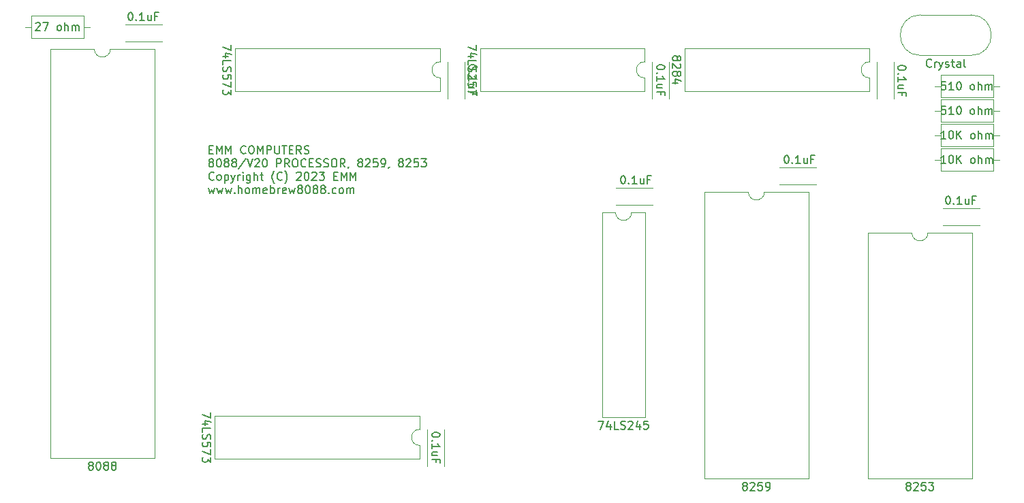
<source format=gbr>
G04 #@! TF.GenerationSoftware,KiCad,Pcbnew,(5.1.8)-1*
G04 #@! TF.CreationDate,2023-02-21T10:28:56-07:00*
G04 #@! TF.ProjectId,8088,38303838-2e6b-4696-9361-645f70636258,rev?*
G04 #@! TF.SameCoordinates,Original*
G04 #@! TF.FileFunction,Legend,Top*
G04 #@! TF.FilePolarity,Positive*
%FSLAX46Y46*%
G04 Gerber Fmt 4.6, Leading zero omitted, Abs format (unit mm)*
G04 Created by KiCad (PCBNEW (5.1.8)-1) date 2023-02-21 10:28:56*
%MOMM*%
%LPD*%
G01*
G04 APERTURE LIST*
%ADD10C,0.150000*%
%ADD11C,0.120000*%
G04 APERTURE END LIST*
D10*
X80845975Y-77438171D02*
X81179308Y-77438171D01*
X81322165Y-77961980D02*
X80845975Y-77961980D01*
X80845975Y-76961980D01*
X81322165Y-76961980D01*
X81750737Y-77961980D02*
X81750737Y-76961980D01*
X82084070Y-77676266D01*
X82417403Y-76961980D01*
X82417403Y-77961980D01*
X82893594Y-77961980D02*
X82893594Y-76961980D01*
X83226927Y-77676266D01*
X83560260Y-76961980D01*
X83560260Y-77961980D01*
X85369784Y-77866742D02*
X85322165Y-77914361D01*
X85179308Y-77961980D01*
X85084070Y-77961980D01*
X84941213Y-77914361D01*
X84845975Y-77819123D01*
X84798356Y-77723885D01*
X84750737Y-77533409D01*
X84750737Y-77390552D01*
X84798356Y-77200076D01*
X84845975Y-77104838D01*
X84941213Y-77009600D01*
X85084070Y-76961980D01*
X85179308Y-76961980D01*
X85322165Y-77009600D01*
X85369784Y-77057219D01*
X85988832Y-76961980D02*
X86179308Y-76961980D01*
X86274546Y-77009600D01*
X86369784Y-77104838D01*
X86417403Y-77295314D01*
X86417403Y-77628647D01*
X86369784Y-77819123D01*
X86274546Y-77914361D01*
X86179308Y-77961980D01*
X85988832Y-77961980D01*
X85893594Y-77914361D01*
X85798356Y-77819123D01*
X85750737Y-77628647D01*
X85750737Y-77295314D01*
X85798356Y-77104838D01*
X85893594Y-77009600D01*
X85988832Y-76961980D01*
X86845975Y-77961980D02*
X86845975Y-76961980D01*
X87179308Y-77676266D01*
X87512641Y-76961980D01*
X87512641Y-77961980D01*
X87988832Y-77961980D02*
X87988832Y-76961980D01*
X88369784Y-76961980D01*
X88465022Y-77009600D01*
X88512641Y-77057219D01*
X88560260Y-77152457D01*
X88560260Y-77295314D01*
X88512641Y-77390552D01*
X88465022Y-77438171D01*
X88369784Y-77485790D01*
X87988832Y-77485790D01*
X88988832Y-76961980D02*
X88988832Y-77771504D01*
X89036451Y-77866742D01*
X89084070Y-77914361D01*
X89179308Y-77961980D01*
X89369784Y-77961980D01*
X89465022Y-77914361D01*
X89512641Y-77866742D01*
X89560260Y-77771504D01*
X89560260Y-76961980D01*
X89893594Y-76961980D02*
X90465022Y-76961980D01*
X90179308Y-77961980D02*
X90179308Y-76961980D01*
X90798356Y-77438171D02*
X91131689Y-77438171D01*
X91274546Y-77961980D02*
X90798356Y-77961980D01*
X90798356Y-76961980D01*
X91274546Y-76961980D01*
X92274546Y-77961980D02*
X91941213Y-77485790D01*
X91703118Y-77961980D02*
X91703118Y-76961980D01*
X92084070Y-76961980D01*
X92179308Y-77009600D01*
X92226927Y-77057219D01*
X92274546Y-77152457D01*
X92274546Y-77295314D01*
X92226927Y-77390552D01*
X92179308Y-77438171D01*
X92084070Y-77485790D01*
X91703118Y-77485790D01*
X92655499Y-77914361D02*
X92798356Y-77961980D01*
X93036451Y-77961980D01*
X93131689Y-77914361D01*
X93179308Y-77866742D01*
X93226927Y-77771504D01*
X93226927Y-77676266D01*
X93179308Y-77581028D01*
X93131689Y-77533409D01*
X93036451Y-77485790D01*
X92845975Y-77438171D01*
X92750737Y-77390552D01*
X92703118Y-77342933D01*
X92655499Y-77247695D01*
X92655499Y-77152457D01*
X92703118Y-77057219D01*
X92750737Y-77009600D01*
X92845975Y-76961980D01*
X93084070Y-76961980D01*
X93226927Y-77009600D01*
X80988832Y-79040552D02*
X80893594Y-78992933D01*
X80845975Y-78945314D01*
X80798356Y-78850076D01*
X80798356Y-78802457D01*
X80845975Y-78707219D01*
X80893594Y-78659600D01*
X80988832Y-78611980D01*
X81179308Y-78611980D01*
X81274546Y-78659600D01*
X81322165Y-78707219D01*
X81369784Y-78802457D01*
X81369784Y-78850076D01*
X81322165Y-78945314D01*
X81274546Y-78992933D01*
X81179308Y-79040552D01*
X80988832Y-79040552D01*
X80893594Y-79088171D01*
X80845975Y-79135790D01*
X80798356Y-79231028D01*
X80798356Y-79421504D01*
X80845975Y-79516742D01*
X80893594Y-79564361D01*
X80988832Y-79611980D01*
X81179308Y-79611980D01*
X81274546Y-79564361D01*
X81322165Y-79516742D01*
X81369784Y-79421504D01*
X81369784Y-79231028D01*
X81322165Y-79135790D01*
X81274546Y-79088171D01*
X81179308Y-79040552D01*
X81988832Y-78611980D02*
X82084070Y-78611980D01*
X82179308Y-78659600D01*
X82226927Y-78707219D01*
X82274546Y-78802457D01*
X82322165Y-78992933D01*
X82322165Y-79231028D01*
X82274546Y-79421504D01*
X82226927Y-79516742D01*
X82179308Y-79564361D01*
X82084070Y-79611980D01*
X81988832Y-79611980D01*
X81893594Y-79564361D01*
X81845975Y-79516742D01*
X81798356Y-79421504D01*
X81750737Y-79231028D01*
X81750737Y-78992933D01*
X81798356Y-78802457D01*
X81845975Y-78707219D01*
X81893594Y-78659600D01*
X81988832Y-78611980D01*
X82893594Y-79040552D02*
X82798356Y-78992933D01*
X82750737Y-78945314D01*
X82703118Y-78850076D01*
X82703118Y-78802457D01*
X82750737Y-78707219D01*
X82798356Y-78659600D01*
X82893594Y-78611980D01*
X83084070Y-78611980D01*
X83179308Y-78659600D01*
X83226927Y-78707219D01*
X83274546Y-78802457D01*
X83274546Y-78850076D01*
X83226927Y-78945314D01*
X83179308Y-78992933D01*
X83084070Y-79040552D01*
X82893594Y-79040552D01*
X82798356Y-79088171D01*
X82750737Y-79135790D01*
X82703118Y-79231028D01*
X82703118Y-79421504D01*
X82750737Y-79516742D01*
X82798356Y-79564361D01*
X82893594Y-79611980D01*
X83084070Y-79611980D01*
X83179308Y-79564361D01*
X83226927Y-79516742D01*
X83274546Y-79421504D01*
X83274546Y-79231028D01*
X83226927Y-79135790D01*
X83179308Y-79088171D01*
X83084070Y-79040552D01*
X83845975Y-79040552D02*
X83750737Y-78992933D01*
X83703118Y-78945314D01*
X83655499Y-78850076D01*
X83655499Y-78802457D01*
X83703118Y-78707219D01*
X83750737Y-78659600D01*
X83845975Y-78611980D01*
X84036451Y-78611980D01*
X84131689Y-78659600D01*
X84179308Y-78707219D01*
X84226927Y-78802457D01*
X84226927Y-78850076D01*
X84179308Y-78945314D01*
X84131689Y-78992933D01*
X84036451Y-79040552D01*
X83845975Y-79040552D01*
X83750737Y-79088171D01*
X83703118Y-79135790D01*
X83655499Y-79231028D01*
X83655499Y-79421504D01*
X83703118Y-79516742D01*
X83750737Y-79564361D01*
X83845975Y-79611980D01*
X84036451Y-79611980D01*
X84131689Y-79564361D01*
X84179308Y-79516742D01*
X84226927Y-79421504D01*
X84226927Y-79231028D01*
X84179308Y-79135790D01*
X84131689Y-79088171D01*
X84036451Y-79040552D01*
X85369784Y-78564361D02*
X84512641Y-79850076D01*
X85560260Y-78611980D02*
X85893594Y-79611980D01*
X86226927Y-78611980D01*
X86512641Y-78707219D02*
X86560260Y-78659600D01*
X86655499Y-78611980D01*
X86893594Y-78611980D01*
X86988832Y-78659600D01*
X87036451Y-78707219D01*
X87084070Y-78802457D01*
X87084070Y-78897695D01*
X87036451Y-79040552D01*
X86465022Y-79611980D01*
X87084070Y-79611980D01*
X87703118Y-78611980D02*
X87798356Y-78611980D01*
X87893594Y-78659600D01*
X87941213Y-78707219D01*
X87988832Y-78802457D01*
X88036451Y-78992933D01*
X88036451Y-79231028D01*
X87988832Y-79421504D01*
X87941213Y-79516742D01*
X87893594Y-79564361D01*
X87798356Y-79611980D01*
X87703118Y-79611980D01*
X87607880Y-79564361D01*
X87560260Y-79516742D01*
X87512641Y-79421504D01*
X87465022Y-79231028D01*
X87465022Y-78992933D01*
X87512641Y-78802457D01*
X87560260Y-78707219D01*
X87607880Y-78659600D01*
X87703118Y-78611980D01*
X89226927Y-79611980D02*
X89226927Y-78611980D01*
X89607880Y-78611980D01*
X89703118Y-78659600D01*
X89750737Y-78707219D01*
X89798356Y-78802457D01*
X89798356Y-78945314D01*
X89750737Y-79040552D01*
X89703118Y-79088171D01*
X89607880Y-79135790D01*
X89226927Y-79135790D01*
X90798356Y-79611980D02*
X90465022Y-79135790D01*
X90226927Y-79611980D02*
X90226927Y-78611980D01*
X90607880Y-78611980D01*
X90703118Y-78659600D01*
X90750737Y-78707219D01*
X90798356Y-78802457D01*
X90798356Y-78945314D01*
X90750737Y-79040552D01*
X90703118Y-79088171D01*
X90607880Y-79135790D01*
X90226927Y-79135790D01*
X91417403Y-78611980D02*
X91607880Y-78611980D01*
X91703118Y-78659600D01*
X91798356Y-78754838D01*
X91845975Y-78945314D01*
X91845975Y-79278647D01*
X91798356Y-79469123D01*
X91703118Y-79564361D01*
X91607880Y-79611980D01*
X91417403Y-79611980D01*
X91322165Y-79564361D01*
X91226927Y-79469123D01*
X91179308Y-79278647D01*
X91179308Y-78945314D01*
X91226927Y-78754838D01*
X91322165Y-78659600D01*
X91417403Y-78611980D01*
X92845975Y-79516742D02*
X92798356Y-79564361D01*
X92655499Y-79611980D01*
X92560260Y-79611980D01*
X92417403Y-79564361D01*
X92322165Y-79469123D01*
X92274546Y-79373885D01*
X92226927Y-79183409D01*
X92226927Y-79040552D01*
X92274546Y-78850076D01*
X92322165Y-78754838D01*
X92417403Y-78659600D01*
X92560260Y-78611980D01*
X92655499Y-78611980D01*
X92798356Y-78659600D01*
X92845975Y-78707219D01*
X93274546Y-79088171D02*
X93607880Y-79088171D01*
X93750737Y-79611980D02*
X93274546Y-79611980D01*
X93274546Y-78611980D01*
X93750737Y-78611980D01*
X94131689Y-79564361D02*
X94274546Y-79611980D01*
X94512641Y-79611980D01*
X94607880Y-79564361D01*
X94655499Y-79516742D01*
X94703118Y-79421504D01*
X94703118Y-79326266D01*
X94655499Y-79231028D01*
X94607880Y-79183409D01*
X94512641Y-79135790D01*
X94322165Y-79088171D01*
X94226927Y-79040552D01*
X94179308Y-78992933D01*
X94131689Y-78897695D01*
X94131689Y-78802457D01*
X94179308Y-78707219D01*
X94226927Y-78659600D01*
X94322165Y-78611980D01*
X94560260Y-78611980D01*
X94703118Y-78659600D01*
X95084070Y-79564361D02*
X95226927Y-79611980D01*
X95465022Y-79611980D01*
X95560260Y-79564361D01*
X95607880Y-79516742D01*
X95655499Y-79421504D01*
X95655499Y-79326266D01*
X95607880Y-79231028D01*
X95560260Y-79183409D01*
X95465022Y-79135790D01*
X95274546Y-79088171D01*
X95179308Y-79040552D01*
X95131689Y-78992933D01*
X95084070Y-78897695D01*
X95084070Y-78802457D01*
X95131689Y-78707219D01*
X95179308Y-78659600D01*
X95274546Y-78611980D01*
X95512641Y-78611980D01*
X95655499Y-78659600D01*
X96274546Y-78611980D02*
X96465022Y-78611980D01*
X96560260Y-78659600D01*
X96655499Y-78754838D01*
X96703118Y-78945314D01*
X96703118Y-79278647D01*
X96655499Y-79469123D01*
X96560260Y-79564361D01*
X96465022Y-79611980D01*
X96274546Y-79611980D01*
X96179308Y-79564361D01*
X96084070Y-79469123D01*
X96036451Y-79278647D01*
X96036451Y-78945314D01*
X96084070Y-78754838D01*
X96179308Y-78659600D01*
X96274546Y-78611980D01*
X97703118Y-79611980D02*
X97369784Y-79135790D01*
X97131689Y-79611980D02*
X97131689Y-78611980D01*
X97512641Y-78611980D01*
X97607880Y-78659600D01*
X97655499Y-78707219D01*
X97703118Y-78802457D01*
X97703118Y-78945314D01*
X97655499Y-79040552D01*
X97607880Y-79088171D01*
X97512641Y-79135790D01*
X97131689Y-79135790D01*
X98179308Y-79564361D02*
X98179308Y-79611980D01*
X98131689Y-79707219D01*
X98084070Y-79754838D01*
X99512641Y-79040552D02*
X99417403Y-78992933D01*
X99369784Y-78945314D01*
X99322165Y-78850076D01*
X99322165Y-78802457D01*
X99369784Y-78707219D01*
X99417403Y-78659600D01*
X99512641Y-78611980D01*
X99703118Y-78611980D01*
X99798356Y-78659600D01*
X99845975Y-78707219D01*
X99893594Y-78802457D01*
X99893594Y-78850076D01*
X99845975Y-78945314D01*
X99798356Y-78992933D01*
X99703118Y-79040552D01*
X99512641Y-79040552D01*
X99417403Y-79088171D01*
X99369784Y-79135790D01*
X99322165Y-79231028D01*
X99322165Y-79421504D01*
X99369784Y-79516742D01*
X99417403Y-79564361D01*
X99512641Y-79611980D01*
X99703118Y-79611980D01*
X99798356Y-79564361D01*
X99845975Y-79516742D01*
X99893594Y-79421504D01*
X99893594Y-79231028D01*
X99845975Y-79135790D01*
X99798356Y-79088171D01*
X99703118Y-79040552D01*
X100274546Y-78707219D02*
X100322165Y-78659600D01*
X100417403Y-78611980D01*
X100655499Y-78611980D01*
X100750737Y-78659600D01*
X100798356Y-78707219D01*
X100845975Y-78802457D01*
X100845975Y-78897695D01*
X100798356Y-79040552D01*
X100226927Y-79611980D01*
X100845975Y-79611980D01*
X101750737Y-78611980D02*
X101274546Y-78611980D01*
X101226927Y-79088171D01*
X101274546Y-79040552D01*
X101369784Y-78992933D01*
X101607880Y-78992933D01*
X101703118Y-79040552D01*
X101750737Y-79088171D01*
X101798356Y-79183409D01*
X101798356Y-79421504D01*
X101750737Y-79516742D01*
X101703118Y-79564361D01*
X101607880Y-79611980D01*
X101369784Y-79611980D01*
X101274546Y-79564361D01*
X101226927Y-79516742D01*
X102274546Y-79611980D02*
X102465022Y-79611980D01*
X102560260Y-79564361D01*
X102607880Y-79516742D01*
X102703118Y-79373885D01*
X102750737Y-79183409D01*
X102750737Y-78802457D01*
X102703118Y-78707219D01*
X102655499Y-78659600D01*
X102560260Y-78611980D01*
X102369784Y-78611980D01*
X102274546Y-78659600D01*
X102226927Y-78707219D01*
X102179308Y-78802457D01*
X102179308Y-79040552D01*
X102226927Y-79135790D01*
X102274546Y-79183409D01*
X102369784Y-79231028D01*
X102560260Y-79231028D01*
X102655499Y-79183409D01*
X102703118Y-79135790D01*
X102750737Y-79040552D01*
X103226927Y-79564361D02*
X103226927Y-79611980D01*
X103179308Y-79707219D01*
X103131689Y-79754838D01*
X104560260Y-79040552D02*
X104465022Y-78992933D01*
X104417403Y-78945314D01*
X104369784Y-78850076D01*
X104369784Y-78802457D01*
X104417403Y-78707219D01*
X104465022Y-78659600D01*
X104560260Y-78611980D01*
X104750737Y-78611980D01*
X104845975Y-78659600D01*
X104893594Y-78707219D01*
X104941213Y-78802457D01*
X104941213Y-78850076D01*
X104893594Y-78945314D01*
X104845975Y-78992933D01*
X104750737Y-79040552D01*
X104560260Y-79040552D01*
X104465022Y-79088171D01*
X104417403Y-79135790D01*
X104369784Y-79231028D01*
X104369784Y-79421504D01*
X104417403Y-79516742D01*
X104465022Y-79564361D01*
X104560260Y-79611980D01*
X104750737Y-79611980D01*
X104845975Y-79564361D01*
X104893594Y-79516742D01*
X104941213Y-79421504D01*
X104941213Y-79231028D01*
X104893594Y-79135790D01*
X104845975Y-79088171D01*
X104750737Y-79040552D01*
X105322165Y-78707219D02*
X105369784Y-78659600D01*
X105465022Y-78611980D01*
X105703118Y-78611980D01*
X105798356Y-78659600D01*
X105845975Y-78707219D01*
X105893594Y-78802457D01*
X105893594Y-78897695D01*
X105845975Y-79040552D01*
X105274546Y-79611980D01*
X105893594Y-79611980D01*
X106798356Y-78611980D02*
X106322165Y-78611980D01*
X106274546Y-79088171D01*
X106322165Y-79040552D01*
X106417403Y-78992933D01*
X106655499Y-78992933D01*
X106750737Y-79040552D01*
X106798356Y-79088171D01*
X106845975Y-79183409D01*
X106845975Y-79421504D01*
X106798356Y-79516742D01*
X106750737Y-79564361D01*
X106655499Y-79611980D01*
X106417403Y-79611980D01*
X106322165Y-79564361D01*
X106274546Y-79516742D01*
X107179308Y-78611980D02*
X107798356Y-78611980D01*
X107465022Y-78992933D01*
X107607879Y-78992933D01*
X107703118Y-79040552D01*
X107750737Y-79088171D01*
X107798356Y-79183409D01*
X107798356Y-79421504D01*
X107750737Y-79516742D01*
X107703118Y-79564361D01*
X107607879Y-79611980D01*
X107322165Y-79611980D01*
X107226927Y-79564361D01*
X107179308Y-79516742D01*
X81417403Y-81166742D02*
X81369784Y-81214361D01*
X81226927Y-81261980D01*
X81131689Y-81261980D01*
X80988832Y-81214361D01*
X80893594Y-81119123D01*
X80845975Y-81023885D01*
X80798356Y-80833409D01*
X80798356Y-80690552D01*
X80845975Y-80500076D01*
X80893594Y-80404838D01*
X80988832Y-80309600D01*
X81131689Y-80261980D01*
X81226927Y-80261980D01*
X81369784Y-80309600D01*
X81417403Y-80357219D01*
X81988832Y-81261980D02*
X81893594Y-81214361D01*
X81845975Y-81166742D01*
X81798356Y-81071504D01*
X81798356Y-80785790D01*
X81845975Y-80690552D01*
X81893594Y-80642933D01*
X81988832Y-80595314D01*
X82131689Y-80595314D01*
X82226927Y-80642933D01*
X82274546Y-80690552D01*
X82322165Y-80785790D01*
X82322165Y-81071504D01*
X82274546Y-81166742D01*
X82226927Y-81214361D01*
X82131689Y-81261980D01*
X81988832Y-81261980D01*
X82750737Y-80595314D02*
X82750737Y-81595314D01*
X82750737Y-80642933D02*
X82845975Y-80595314D01*
X83036451Y-80595314D01*
X83131689Y-80642933D01*
X83179308Y-80690552D01*
X83226927Y-80785790D01*
X83226927Y-81071504D01*
X83179308Y-81166742D01*
X83131689Y-81214361D01*
X83036451Y-81261980D01*
X82845975Y-81261980D01*
X82750737Y-81214361D01*
X83560260Y-80595314D02*
X83798356Y-81261980D01*
X84036451Y-80595314D02*
X83798356Y-81261980D01*
X83703118Y-81500076D01*
X83655499Y-81547695D01*
X83560260Y-81595314D01*
X84417403Y-81261980D02*
X84417403Y-80595314D01*
X84417403Y-80785790D02*
X84465022Y-80690552D01*
X84512641Y-80642933D01*
X84607880Y-80595314D01*
X84703118Y-80595314D01*
X85036451Y-81261980D02*
X85036451Y-80595314D01*
X85036451Y-80261980D02*
X84988832Y-80309600D01*
X85036451Y-80357219D01*
X85084070Y-80309600D01*
X85036451Y-80261980D01*
X85036451Y-80357219D01*
X85941213Y-80595314D02*
X85941213Y-81404838D01*
X85893594Y-81500076D01*
X85845975Y-81547695D01*
X85750737Y-81595314D01*
X85607880Y-81595314D01*
X85512641Y-81547695D01*
X85941213Y-81214361D02*
X85845975Y-81261980D01*
X85655499Y-81261980D01*
X85560260Y-81214361D01*
X85512641Y-81166742D01*
X85465022Y-81071504D01*
X85465022Y-80785790D01*
X85512641Y-80690552D01*
X85560260Y-80642933D01*
X85655499Y-80595314D01*
X85845975Y-80595314D01*
X85941213Y-80642933D01*
X86417403Y-81261980D02*
X86417403Y-80261980D01*
X86845975Y-81261980D02*
X86845975Y-80738171D01*
X86798356Y-80642933D01*
X86703118Y-80595314D01*
X86560260Y-80595314D01*
X86465022Y-80642933D01*
X86417403Y-80690552D01*
X87179308Y-80595314D02*
X87560260Y-80595314D01*
X87322165Y-80261980D02*
X87322165Y-81119123D01*
X87369784Y-81214361D01*
X87465022Y-81261980D01*
X87560260Y-81261980D01*
X88941213Y-81642933D02*
X88893594Y-81595314D01*
X88798356Y-81452457D01*
X88750737Y-81357219D01*
X88703118Y-81214361D01*
X88655499Y-80976266D01*
X88655499Y-80785790D01*
X88703118Y-80547695D01*
X88750737Y-80404838D01*
X88798356Y-80309600D01*
X88893594Y-80166742D01*
X88941213Y-80119123D01*
X89893594Y-81166742D02*
X89845975Y-81214361D01*
X89703118Y-81261980D01*
X89607880Y-81261980D01*
X89465022Y-81214361D01*
X89369784Y-81119123D01*
X89322165Y-81023885D01*
X89274546Y-80833409D01*
X89274546Y-80690552D01*
X89322165Y-80500076D01*
X89369784Y-80404838D01*
X89465022Y-80309600D01*
X89607880Y-80261980D01*
X89703118Y-80261980D01*
X89845975Y-80309600D01*
X89893594Y-80357219D01*
X90226927Y-81642933D02*
X90274546Y-81595314D01*
X90369784Y-81452457D01*
X90417403Y-81357219D01*
X90465022Y-81214361D01*
X90512641Y-80976266D01*
X90512641Y-80785790D01*
X90465022Y-80547695D01*
X90417403Y-80404838D01*
X90369784Y-80309600D01*
X90274546Y-80166742D01*
X90226927Y-80119123D01*
X91703118Y-80357219D02*
X91750737Y-80309600D01*
X91845975Y-80261980D01*
X92084070Y-80261980D01*
X92179308Y-80309600D01*
X92226927Y-80357219D01*
X92274546Y-80452457D01*
X92274546Y-80547695D01*
X92226927Y-80690552D01*
X91655499Y-81261980D01*
X92274546Y-81261980D01*
X92893594Y-80261980D02*
X92988832Y-80261980D01*
X93084070Y-80309600D01*
X93131689Y-80357219D01*
X93179308Y-80452457D01*
X93226927Y-80642933D01*
X93226927Y-80881028D01*
X93179308Y-81071504D01*
X93131689Y-81166742D01*
X93084070Y-81214361D01*
X92988832Y-81261980D01*
X92893594Y-81261980D01*
X92798356Y-81214361D01*
X92750737Y-81166742D01*
X92703118Y-81071504D01*
X92655499Y-80881028D01*
X92655499Y-80642933D01*
X92703118Y-80452457D01*
X92750737Y-80357219D01*
X92798356Y-80309600D01*
X92893594Y-80261980D01*
X93607880Y-80357219D02*
X93655499Y-80309600D01*
X93750737Y-80261980D01*
X93988832Y-80261980D01*
X94084070Y-80309600D01*
X94131689Y-80357219D01*
X94179308Y-80452457D01*
X94179308Y-80547695D01*
X94131689Y-80690552D01*
X93560260Y-81261980D01*
X94179308Y-81261980D01*
X94512641Y-80261980D02*
X95131689Y-80261980D01*
X94798356Y-80642933D01*
X94941213Y-80642933D01*
X95036451Y-80690552D01*
X95084070Y-80738171D01*
X95131689Y-80833409D01*
X95131689Y-81071504D01*
X95084070Y-81166742D01*
X95036451Y-81214361D01*
X94941213Y-81261980D01*
X94655499Y-81261980D01*
X94560260Y-81214361D01*
X94512641Y-81166742D01*
X96322165Y-80738171D02*
X96655499Y-80738171D01*
X96798356Y-81261980D02*
X96322165Y-81261980D01*
X96322165Y-80261980D01*
X96798356Y-80261980D01*
X97226927Y-81261980D02*
X97226927Y-80261980D01*
X97560260Y-80976266D01*
X97893594Y-80261980D01*
X97893594Y-81261980D01*
X98369784Y-81261980D02*
X98369784Y-80261980D01*
X98703118Y-80976266D01*
X99036451Y-80261980D01*
X99036451Y-81261980D01*
X80750737Y-82245314D02*
X80941213Y-82911980D01*
X81131689Y-82435790D01*
X81322165Y-82911980D01*
X81512641Y-82245314D01*
X81798356Y-82245314D02*
X81988832Y-82911980D01*
X82179308Y-82435790D01*
X82369784Y-82911980D01*
X82560260Y-82245314D01*
X82845975Y-82245314D02*
X83036451Y-82911980D01*
X83226927Y-82435790D01*
X83417403Y-82911980D01*
X83607880Y-82245314D01*
X83988832Y-82816742D02*
X84036451Y-82864361D01*
X83988832Y-82911980D01*
X83941213Y-82864361D01*
X83988832Y-82816742D01*
X83988832Y-82911980D01*
X84465022Y-82911980D02*
X84465022Y-81911980D01*
X84893594Y-82911980D02*
X84893594Y-82388171D01*
X84845975Y-82292933D01*
X84750737Y-82245314D01*
X84607880Y-82245314D01*
X84512641Y-82292933D01*
X84465022Y-82340552D01*
X85512641Y-82911980D02*
X85417403Y-82864361D01*
X85369784Y-82816742D01*
X85322165Y-82721504D01*
X85322165Y-82435790D01*
X85369784Y-82340552D01*
X85417403Y-82292933D01*
X85512641Y-82245314D01*
X85655499Y-82245314D01*
X85750737Y-82292933D01*
X85798356Y-82340552D01*
X85845975Y-82435790D01*
X85845975Y-82721504D01*
X85798356Y-82816742D01*
X85750737Y-82864361D01*
X85655499Y-82911980D01*
X85512641Y-82911980D01*
X86274546Y-82911980D02*
X86274546Y-82245314D01*
X86274546Y-82340552D02*
X86322165Y-82292933D01*
X86417403Y-82245314D01*
X86560260Y-82245314D01*
X86655499Y-82292933D01*
X86703118Y-82388171D01*
X86703118Y-82911980D01*
X86703118Y-82388171D02*
X86750737Y-82292933D01*
X86845975Y-82245314D01*
X86988832Y-82245314D01*
X87084070Y-82292933D01*
X87131689Y-82388171D01*
X87131689Y-82911980D01*
X87988832Y-82864361D02*
X87893594Y-82911980D01*
X87703118Y-82911980D01*
X87607880Y-82864361D01*
X87560260Y-82769123D01*
X87560260Y-82388171D01*
X87607880Y-82292933D01*
X87703118Y-82245314D01*
X87893594Y-82245314D01*
X87988832Y-82292933D01*
X88036451Y-82388171D01*
X88036451Y-82483409D01*
X87560260Y-82578647D01*
X88465022Y-82911980D02*
X88465022Y-81911980D01*
X88465022Y-82292933D02*
X88560260Y-82245314D01*
X88750737Y-82245314D01*
X88845975Y-82292933D01*
X88893594Y-82340552D01*
X88941213Y-82435790D01*
X88941213Y-82721504D01*
X88893594Y-82816742D01*
X88845975Y-82864361D01*
X88750737Y-82911980D01*
X88560260Y-82911980D01*
X88465022Y-82864361D01*
X89369784Y-82911980D02*
X89369784Y-82245314D01*
X89369784Y-82435790D02*
X89417403Y-82340552D01*
X89465022Y-82292933D01*
X89560260Y-82245314D01*
X89655499Y-82245314D01*
X90369784Y-82864361D02*
X90274546Y-82911980D01*
X90084070Y-82911980D01*
X89988832Y-82864361D01*
X89941213Y-82769123D01*
X89941213Y-82388171D01*
X89988832Y-82292933D01*
X90084070Y-82245314D01*
X90274546Y-82245314D01*
X90369784Y-82292933D01*
X90417403Y-82388171D01*
X90417403Y-82483409D01*
X89941213Y-82578647D01*
X90750737Y-82245314D02*
X90941213Y-82911980D01*
X91131689Y-82435790D01*
X91322165Y-82911980D01*
X91512641Y-82245314D01*
X92036451Y-82340552D02*
X91941213Y-82292933D01*
X91893594Y-82245314D01*
X91845975Y-82150076D01*
X91845975Y-82102457D01*
X91893594Y-82007219D01*
X91941213Y-81959600D01*
X92036451Y-81911980D01*
X92226927Y-81911980D01*
X92322165Y-81959600D01*
X92369784Y-82007219D01*
X92417403Y-82102457D01*
X92417403Y-82150076D01*
X92369784Y-82245314D01*
X92322165Y-82292933D01*
X92226927Y-82340552D01*
X92036451Y-82340552D01*
X91941213Y-82388171D01*
X91893594Y-82435790D01*
X91845975Y-82531028D01*
X91845975Y-82721504D01*
X91893594Y-82816742D01*
X91941213Y-82864361D01*
X92036451Y-82911980D01*
X92226927Y-82911980D01*
X92322165Y-82864361D01*
X92369784Y-82816742D01*
X92417403Y-82721504D01*
X92417403Y-82531028D01*
X92369784Y-82435790D01*
X92322165Y-82388171D01*
X92226927Y-82340552D01*
X93036451Y-81911980D02*
X93131689Y-81911980D01*
X93226927Y-81959600D01*
X93274546Y-82007219D01*
X93322165Y-82102457D01*
X93369784Y-82292933D01*
X93369784Y-82531028D01*
X93322165Y-82721504D01*
X93274546Y-82816742D01*
X93226927Y-82864361D01*
X93131689Y-82911980D01*
X93036451Y-82911980D01*
X92941213Y-82864361D01*
X92893594Y-82816742D01*
X92845975Y-82721504D01*
X92798356Y-82531028D01*
X92798356Y-82292933D01*
X92845975Y-82102457D01*
X92893594Y-82007219D01*
X92941213Y-81959600D01*
X93036451Y-81911980D01*
X93941213Y-82340552D02*
X93845975Y-82292933D01*
X93798356Y-82245314D01*
X93750737Y-82150076D01*
X93750737Y-82102457D01*
X93798356Y-82007219D01*
X93845975Y-81959600D01*
X93941213Y-81911980D01*
X94131689Y-81911980D01*
X94226927Y-81959600D01*
X94274546Y-82007219D01*
X94322165Y-82102457D01*
X94322165Y-82150076D01*
X94274546Y-82245314D01*
X94226927Y-82292933D01*
X94131689Y-82340552D01*
X93941213Y-82340552D01*
X93845975Y-82388171D01*
X93798356Y-82435790D01*
X93750737Y-82531028D01*
X93750737Y-82721504D01*
X93798356Y-82816742D01*
X93845975Y-82864361D01*
X93941213Y-82911980D01*
X94131689Y-82911980D01*
X94226927Y-82864361D01*
X94274546Y-82816742D01*
X94322165Y-82721504D01*
X94322165Y-82531028D01*
X94274546Y-82435790D01*
X94226927Y-82388171D01*
X94131689Y-82340552D01*
X94893594Y-82340552D02*
X94798356Y-82292933D01*
X94750737Y-82245314D01*
X94703118Y-82150076D01*
X94703118Y-82102457D01*
X94750737Y-82007219D01*
X94798356Y-81959600D01*
X94893594Y-81911980D01*
X95084070Y-81911980D01*
X95179308Y-81959600D01*
X95226927Y-82007219D01*
X95274546Y-82102457D01*
X95274546Y-82150076D01*
X95226927Y-82245314D01*
X95179308Y-82292933D01*
X95084070Y-82340552D01*
X94893594Y-82340552D01*
X94798356Y-82388171D01*
X94750737Y-82435790D01*
X94703118Y-82531028D01*
X94703118Y-82721504D01*
X94750737Y-82816742D01*
X94798356Y-82864361D01*
X94893594Y-82911980D01*
X95084070Y-82911980D01*
X95179308Y-82864361D01*
X95226927Y-82816742D01*
X95274546Y-82721504D01*
X95274546Y-82531028D01*
X95226927Y-82435790D01*
X95179308Y-82388171D01*
X95084070Y-82340552D01*
X95703118Y-82816742D02*
X95750737Y-82864361D01*
X95703118Y-82911980D01*
X95655499Y-82864361D01*
X95703118Y-82816742D01*
X95703118Y-82911980D01*
X96607880Y-82864361D02*
X96512641Y-82911980D01*
X96322165Y-82911980D01*
X96226927Y-82864361D01*
X96179308Y-82816742D01*
X96131689Y-82721504D01*
X96131689Y-82435790D01*
X96179308Y-82340552D01*
X96226927Y-82292933D01*
X96322165Y-82245314D01*
X96512641Y-82245314D01*
X96607880Y-82292933D01*
X97179308Y-82911980D02*
X97084070Y-82864361D01*
X97036451Y-82816742D01*
X96988832Y-82721504D01*
X96988832Y-82435790D01*
X97036451Y-82340552D01*
X97084070Y-82292933D01*
X97179308Y-82245314D01*
X97322165Y-82245314D01*
X97417403Y-82292933D01*
X97465022Y-82340552D01*
X97512641Y-82435790D01*
X97512641Y-82721504D01*
X97465022Y-82816742D01*
X97417403Y-82864361D01*
X97322165Y-82911980D01*
X97179308Y-82911980D01*
X97941213Y-82911980D02*
X97941213Y-82245314D01*
X97941213Y-82340552D02*
X97988832Y-82292933D01*
X98084070Y-82245314D01*
X98226927Y-82245314D01*
X98322165Y-82292933D01*
X98369784Y-82388171D01*
X98369784Y-82911980D01*
X98369784Y-82388171D02*
X98417403Y-82292933D01*
X98512641Y-82245314D01*
X98655499Y-82245314D01*
X98750737Y-82292933D01*
X98798356Y-82388171D01*
X98798356Y-82911980D01*
D11*
G04 #@! TO.C,C1*
X74946380Y-64021600D02*
X74946380Y-64036600D01*
X74946380Y-61896600D02*
X74946380Y-61911600D01*
X70406380Y-64021600D02*
X70406380Y-64036600D01*
X70406380Y-61896600D02*
X70406380Y-61911600D01*
X70406380Y-64036600D02*
X74946380Y-64036600D01*
X70406380Y-61896600D02*
X74946380Y-61896600D01*
G04 #@! TO.C,Y1*
X169243380Y-65745600D02*
X175493380Y-65745600D01*
X169243380Y-60695600D02*
X175493380Y-60695600D01*
X175493380Y-65745600D02*
G75*
G03*
X175493380Y-60695600I0J2525000D01*
G01*
X169243380Y-65745600D02*
G75*
G02*
X169243380Y-60695600I0J2525000D01*
G01*
G04 #@! TO.C,U5*
X134926380Y-70188600D02*
X134926380Y-68538600D01*
X114486380Y-70188600D02*
X134926380Y-70188600D01*
X114486380Y-64888600D02*
X114486380Y-70188600D01*
X134926380Y-64888600D02*
X114486380Y-64888600D01*
X134926380Y-66538600D02*
X134926380Y-64888600D01*
X134926380Y-68538600D02*
G75*
G02*
X134926380Y-66538600I0J1000000D01*
G01*
G04 #@! TO.C,U8*
X175616380Y-87798600D02*
X170156380Y-87798600D01*
X175616380Y-118398600D02*
X175616380Y-87798600D01*
X162696380Y-118398600D02*
X175616380Y-118398600D01*
X162696380Y-87798600D02*
X162696380Y-118398600D01*
X168156380Y-87798600D02*
X162696380Y-87798600D01*
X170156380Y-87798600D02*
G75*
G02*
X168156380Y-87798600I-1000000J0D01*
G01*
G04 #@! TO.C,U7*
X155296380Y-82718600D02*
X149836380Y-82718600D01*
X155296380Y-118398600D02*
X155296380Y-82718600D01*
X142376380Y-118398600D02*
X155296380Y-118398600D01*
X142376380Y-82718600D02*
X142376380Y-118398600D01*
X147836380Y-82718600D02*
X142376380Y-82718600D01*
X149836380Y-82718600D02*
G75*
G02*
X147836380Y-82718600I-1000000J0D01*
G01*
G04 #@! TO.C,U1*
X74016380Y-64938600D02*
X68556380Y-64938600D01*
X74016380Y-115858600D02*
X74016380Y-64938600D01*
X61096380Y-115858600D02*
X74016380Y-115858600D01*
X61096380Y-64938600D02*
X61096380Y-115858600D01*
X66556380Y-64938600D02*
X61096380Y-64938600D01*
X68556380Y-64938600D02*
G75*
G02*
X66556380Y-64938600I-1000000J0D01*
G01*
G04 #@! TO.C,U6*
X162866380Y-70188600D02*
X162866380Y-68538600D01*
X139886380Y-70188600D02*
X162866380Y-70188600D01*
X139886380Y-64888600D02*
X139886380Y-70188600D01*
X162866380Y-64888600D02*
X139886380Y-64888600D01*
X162866380Y-66538600D02*
X162866380Y-64888600D01*
X162866380Y-68538600D02*
G75*
G02*
X162866380Y-66538600I0J1000000D01*
G01*
G04 #@! TO.C,R4*
X179038380Y-75666600D02*
X178268380Y-75666600D01*
X170958380Y-75666600D02*
X171728380Y-75666600D01*
X178268380Y-74296600D02*
X171728380Y-74296600D01*
X178268380Y-77036600D02*
X178268380Y-74296600D01*
X171728380Y-77036600D02*
X178268380Y-77036600D01*
X171728380Y-74296600D02*
X171728380Y-77036600D01*
G04 #@! TO.C,R2*
X179038380Y-69570600D02*
X178268380Y-69570600D01*
X170958380Y-69570600D02*
X171728380Y-69570600D01*
X178268380Y-68200600D02*
X171728380Y-68200600D01*
X178268380Y-70940600D02*
X178268380Y-68200600D01*
X171728380Y-70940600D02*
X178268380Y-70940600D01*
X171728380Y-68200600D02*
X171728380Y-70940600D01*
G04 #@! TO.C,R3*
X179038380Y-72618600D02*
X178268380Y-72618600D01*
X170958380Y-72618600D02*
X171728380Y-72618600D01*
X178268380Y-71248600D02*
X171728380Y-71248600D01*
X178268380Y-73988600D02*
X178268380Y-71248600D01*
X171728380Y-73988600D02*
X178268380Y-73988600D01*
X171728380Y-71248600D02*
X171728380Y-73988600D01*
G04 #@! TO.C,R1*
X66008380Y-62204600D02*
X65238380Y-62204600D01*
X57928380Y-62204600D02*
X58698380Y-62204600D01*
X65238380Y-60834600D02*
X58698380Y-60834600D01*
X65238380Y-63574600D02*
X65238380Y-60834600D01*
X58698380Y-63574600D02*
X65238380Y-63574600D01*
X58698380Y-60834600D02*
X58698380Y-63574600D01*
G04 #@! TO.C,R5*
X179038380Y-78714600D02*
X178268380Y-78714600D01*
X170958380Y-78714600D02*
X171728380Y-78714600D01*
X178268380Y-77344600D02*
X171728380Y-77344600D01*
X178268380Y-80084600D02*
X178268380Y-77344600D01*
X171728380Y-80084600D02*
X178268380Y-80084600D01*
X171728380Y-77344600D02*
X171728380Y-80084600D01*
G04 #@! TO.C,C8*
X176546380Y-86881600D02*
X176546380Y-86896600D01*
X176546380Y-84756600D02*
X176546380Y-84771600D01*
X172006380Y-86881600D02*
X172006380Y-86896600D01*
X172006380Y-84756600D02*
X172006380Y-84771600D01*
X172006380Y-86896600D02*
X176546380Y-86896600D01*
X172006380Y-84756600D02*
X176546380Y-84756600D01*
G04 #@! TO.C,C7*
X156226380Y-81801600D02*
X156226380Y-81816600D01*
X156226380Y-79676600D02*
X156226380Y-79691600D01*
X151686380Y-81801600D02*
X151686380Y-81816600D01*
X151686380Y-79676600D02*
X151686380Y-79691600D01*
X151686380Y-81816600D02*
X156226380Y-81816600D01*
X151686380Y-79676600D02*
X156226380Y-79676600D01*
G04 #@! TO.C,C6*
X163783380Y-71118600D02*
X163768380Y-71118600D01*
X165908380Y-71118600D02*
X165893380Y-71118600D01*
X163783380Y-66578600D02*
X163768380Y-66578600D01*
X165908380Y-66578600D02*
X165893380Y-66578600D01*
X163768380Y-66578600D02*
X163768380Y-71118600D01*
X165908380Y-66578600D02*
X165908380Y-71118600D01*
G04 #@! TO.C,C5*
X135843380Y-71118600D02*
X135828380Y-71118600D01*
X137968380Y-71118600D02*
X137953380Y-71118600D01*
X135843380Y-66578600D02*
X135828380Y-66578600D01*
X137968380Y-66578600D02*
X137953380Y-66578600D01*
X135828380Y-66578600D02*
X135828380Y-71118600D01*
X137968380Y-66578600D02*
X137968380Y-71118600D01*
G04 #@! TO.C,U4*
X134976380Y-85258600D02*
X133326380Y-85258600D01*
X134976380Y-110778600D02*
X134976380Y-85258600D01*
X129676380Y-110778600D02*
X134976380Y-110778600D01*
X129676380Y-85258600D02*
X129676380Y-110778600D01*
X131326380Y-85258600D02*
X129676380Y-85258600D01*
X133326380Y-85258600D02*
G75*
G02*
X131326380Y-85258600I-1000000J0D01*
G01*
G04 #@! TO.C,U2*
X109526380Y-70188600D02*
X109526380Y-68538600D01*
X84006380Y-70188600D02*
X109526380Y-70188600D01*
X84006380Y-64888600D02*
X84006380Y-70188600D01*
X109526380Y-64888600D02*
X84006380Y-64888600D01*
X109526380Y-66538600D02*
X109526380Y-64888600D01*
X109526380Y-68538600D02*
G75*
G02*
X109526380Y-66538600I0J1000000D01*
G01*
G04 #@! TO.C,U3*
X106986380Y-115908600D02*
X106986380Y-114258600D01*
X81466380Y-115908600D02*
X106986380Y-115908600D01*
X81466380Y-110608600D02*
X81466380Y-115908600D01*
X106986380Y-110608600D02*
X81466380Y-110608600D01*
X106986380Y-112258600D02*
X106986380Y-110608600D01*
X106986380Y-114258600D02*
G75*
G02*
X106986380Y-112258600I0J1000000D01*
G01*
G04 #@! TO.C,C4*
X135906380Y-84341600D02*
X135906380Y-84356600D01*
X135906380Y-82216600D02*
X135906380Y-82231600D01*
X131366380Y-84341600D02*
X131366380Y-84356600D01*
X131366380Y-82216600D02*
X131366380Y-82231600D01*
X131366380Y-84356600D02*
X135906380Y-84356600D01*
X131366380Y-82216600D02*
X135906380Y-82216600D01*
G04 #@! TO.C,C3*
X107903380Y-116838600D02*
X107888380Y-116838600D01*
X110028380Y-116838600D02*
X110013380Y-116838600D01*
X107903380Y-112298600D02*
X107888380Y-112298600D01*
X110028380Y-112298600D02*
X110013380Y-112298600D01*
X107888380Y-112298600D02*
X107888380Y-116838600D01*
X110028380Y-112298600D02*
X110028380Y-116838600D01*
G04 #@! TO.C,C2*
X110443380Y-71118600D02*
X110428380Y-71118600D01*
X112568380Y-71118600D02*
X112553380Y-71118600D01*
X110443380Y-66578600D02*
X110428380Y-66578600D01*
X112568380Y-66578600D02*
X112553380Y-66578600D01*
X110428380Y-66578600D02*
X110428380Y-71118600D01*
X112568380Y-66578600D02*
X112568380Y-71118600D01*
G04 #@! TO.C,C1*
D10*
X70993522Y-60386980D02*
X71088760Y-60386980D01*
X71183999Y-60434600D01*
X71231618Y-60482219D01*
X71279237Y-60577457D01*
X71326856Y-60767933D01*
X71326856Y-61006028D01*
X71279237Y-61196504D01*
X71231618Y-61291742D01*
X71183999Y-61339361D01*
X71088760Y-61386980D01*
X70993522Y-61386980D01*
X70898284Y-61339361D01*
X70850665Y-61291742D01*
X70803046Y-61196504D01*
X70755427Y-61006028D01*
X70755427Y-60767933D01*
X70803046Y-60577457D01*
X70850665Y-60482219D01*
X70898284Y-60434600D01*
X70993522Y-60386980D01*
X71755427Y-61291742D02*
X71803046Y-61339361D01*
X71755427Y-61386980D01*
X71707808Y-61339361D01*
X71755427Y-61291742D01*
X71755427Y-61386980D01*
X72755427Y-61386980D02*
X72183999Y-61386980D01*
X72469713Y-61386980D02*
X72469713Y-60386980D01*
X72374475Y-60529838D01*
X72279237Y-60625076D01*
X72183999Y-60672695D01*
X73612570Y-60720314D02*
X73612570Y-61386980D01*
X73183999Y-60720314D02*
X73183999Y-61244123D01*
X73231618Y-61339361D01*
X73326856Y-61386980D01*
X73469713Y-61386980D01*
X73564951Y-61339361D01*
X73612570Y-61291742D01*
X74422094Y-60863171D02*
X74088760Y-60863171D01*
X74088760Y-61386980D02*
X74088760Y-60386980D01*
X74564951Y-60386980D01*
G04 #@! TO.C,Y1*
X170582665Y-67102742D02*
X170535046Y-67150361D01*
X170392189Y-67197980D01*
X170296951Y-67197980D01*
X170154094Y-67150361D01*
X170058856Y-67055123D01*
X170011237Y-66959885D01*
X169963618Y-66769409D01*
X169963618Y-66626552D01*
X170011237Y-66436076D01*
X170058856Y-66340838D01*
X170154094Y-66245600D01*
X170296951Y-66197980D01*
X170392189Y-66197980D01*
X170535046Y-66245600D01*
X170582665Y-66293219D01*
X171011237Y-67197980D02*
X171011237Y-66531314D01*
X171011237Y-66721790D02*
X171058856Y-66626552D01*
X171106475Y-66578933D01*
X171201713Y-66531314D01*
X171296951Y-66531314D01*
X171535046Y-66531314D02*
X171773141Y-67197980D01*
X172011237Y-66531314D02*
X171773141Y-67197980D01*
X171677903Y-67436076D01*
X171630284Y-67483695D01*
X171535046Y-67531314D01*
X172344570Y-67150361D02*
X172439808Y-67197980D01*
X172630284Y-67197980D01*
X172725522Y-67150361D01*
X172773141Y-67055123D01*
X172773141Y-67007504D01*
X172725522Y-66912266D01*
X172630284Y-66864647D01*
X172487427Y-66864647D01*
X172392189Y-66817028D01*
X172344570Y-66721790D01*
X172344570Y-66674171D01*
X172392189Y-66578933D01*
X172487427Y-66531314D01*
X172630284Y-66531314D01*
X172725522Y-66578933D01*
X173058856Y-66531314D02*
X173439808Y-66531314D01*
X173201713Y-66197980D02*
X173201713Y-67055123D01*
X173249332Y-67150361D01*
X173344570Y-67197980D01*
X173439808Y-67197980D01*
X174201713Y-67197980D02*
X174201713Y-66674171D01*
X174154094Y-66578933D01*
X174058856Y-66531314D01*
X173868380Y-66531314D01*
X173773141Y-66578933D01*
X174201713Y-67150361D02*
X174106475Y-67197980D01*
X173868380Y-67197980D01*
X173773141Y-67150361D01*
X173725522Y-67055123D01*
X173725522Y-66959885D01*
X173773141Y-66864647D01*
X173868380Y-66817028D01*
X174106475Y-66817028D01*
X174201713Y-66769409D01*
X174820760Y-67197980D02*
X174725522Y-67150361D01*
X174677903Y-67055123D01*
X174677903Y-66197980D01*
G04 #@! TO.C,U5*
X114033999Y-64419552D02*
X114033999Y-65086219D01*
X113033999Y-64657647D01*
X113700665Y-65895742D02*
X113033999Y-65895742D01*
X114081618Y-65657647D02*
X113367332Y-65419552D01*
X113367332Y-66038600D01*
X113033999Y-66895742D02*
X113033999Y-66419552D01*
X114033999Y-66419552D01*
X113081618Y-67181457D02*
X113033999Y-67324314D01*
X113033999Y-67562409D01*
X113081618Y-67657647D01*
X113129237Y-67705266D01*
X113224475Y-67752885D01*
X113319713Y-67752885D01*
X113414951Y-67705266D01*
X113462570Y-67657647D01*
X113510189Y-67562409D01*
X113557808Y-67371933D01*
X113605427Y-67276695D01*
X113653046Y-67229076D01*
X113748284Y-67181457D01*
X113843522Y-67181457D01*
X113938760Y-67229076D01*
X113986380Y-67276695D01*
X114033999Y-67371933D01*
X114033999Y-67610028D01*
X113986380Y-67752885D01*
X113938760Y-68133838D02*
X113986380Y-68181457D01*
X114033999Y-68276695D01*
X114033999Y-68514790D01*
X113986380Y-68610028D01*
X113938760Y-68657647D01*
X113843522Y-68705266D01*
X113748284Y-68705266D01*
X113605427Y-68657647D01*
X113033999Y-68086219D01*
X113033999Y-68705266D01*
X114033999Y-69610028D02*
X114033999Y-69133838D01*
X113557808Y-69086219D01*
X113605427Y-69133838D01*
X113653046Y-69229076D01*
X113653046Y-69467171D01*
X113605427Y-69562409D01*
X113557808Y-69610028D01*
X113462570Y-69657647D01*
X113224475Y-69657647D01*
X113129237Y-69610028D01*
X113081618Y-69562409D01*
X113033999Y-69467171D01*
X113033999Y-69229076D01*
X113081618Y-69133838D01*
X113129237Y-69086219D01*
X114033999Y-69990980D02*
X114033999Y-70657647D01*
X113033999Y-70229076D01*
G04 #@! TO.C,U8*
X167632570Y-119279552D02*
X167537332Y-119231933D01*
X167489713Y-119184314D01*
X167442094Y-119089076D01*
X167442094Y-119041457D01*
X167489713Y-118946219D01*
X167537332Y-118898600D01*
X167632570Y-118850980D01*
X167823046Y-118850980D01*
X167918284Y-118898600D01*
X167965903Y-118946219D01*
X168013522Y-119041457D01*
X168013522Y-119089076D01*
X167965903Y-119184314D01*
X167918284Y-119231933D01*
X167823046Y-119279552D01*
X167632570Y-119279552D01*
X167537332Y-119327171D01*
X167489713Y-119374790D01*
X167442094Y-119470028D01*
X167442094Y-119660504D01*
X167489713Y-119755742D01*
X167537332Y-119803361D01*
X167632570Y-119850980D01*
X167823046Y-119850980D01*
X167918284Y-119803361D01*
X167965903Y-119755742D01*
X168013522Y-119660504D01*
X168013522Y-119470028D01*
X167965903Y-119374790D01*
X167918284Y-119327171D01*
X167823046Y-119279552D01*
X168394475Y-118946219D02*
X168442094Y-118898600D01*
X168537332Y-118850980D01*
X168775427Y-118850980D01*
X168870665Y-118898600D01*
X168918284Y-118946219D01*
X168965903Y-119041457D01*
X168965903Y-119136695D01*
X168918284Y-119279552D01*
X168346856Y-119850980D01*
X168965903Y-119850980D01*
X169870665Y-118850980D02*
X169394475Y-118850980D01*
X169346856Y-119327171D01*
X169394475Y-119279552D01*
X169489713Y-119231933D01*
X169727808Y-119231933D01*
X169823046Y-119279552D01*
X169870665Y-119327171D01*
X169918284Y-119422409D01*
X169918284Y-119660504D01*
X169870665Y-119755742D01*
X169823046Y-119803361D01*
X169727808Y-119850980D01*
X169489713Y-119850980D01*
X169394475Y-119803361D01*
X169346856Y-119755742D01*
X170251618Y-118850980D02*
X170870665Y-118850980D01*
X170537332Y-119231933D01*
X170680189Y-119231933D01*
X170775427Y-119279552D01*
X170823046Y-119327171D01*
X170870665Y-119422409D01*
X170870665Y-119660504D01*
X170823046Y-119755742D01*
X170775427Y-119803361D01*
X170680189Y-119850980D01*
X170394475Y-119850980D01*
X170299237Y-119803361D01*
X170251618Y-119755742D01*
G04 #@! TO.C,U7*
X147312570Y-119279552D02*
X147217332Y-119231933D01*
X147169713Y-119184314D01*
X147122094Y-119089076D01*
X147122094Y-119041457D01*
X147169713Y-118946219D01*
X147217332Y-118898600D01*
X147312570Y-118850980D01*
X147503046Y-118850980D01*
X147598284Y-118898600D01*
X147645903Y-118946219D01*
X147693522Y-119041457D01*
X147693522Y-119089076D01*
X147645903Y-119184314D01*
X147598284Y-119231933D01*
X147503046Y-119279552D01*
X147312570Y-119279552D01*
X147217332Y-119327171D01*
X147169713Y-119374790D01*
X147122094Y-119470028D01*
X147122094Y-119660504D01*
X147169713Y-119755742D01*
X147217332Y-119803361D01*
X147312570Y-119850980D01*
X147503046Y-119850980D01*
X147598284Y-119803361D01*
X147645903Y-119755742D01*
X147693522Y-119660504D01*
X147693522Y-119470028D01*
X147645903Y-119374790D01*
X147598284Y-119327171D01*
X147503046Y-119279552D01*
X148074475Y-118946219D02*
X148122094Y-118898600D01*
X148217332Y-118850980D01*
X148455427Y-118850980D01*
X148550665Y-118898600D01*
X148598284Y-118946219D01*
X148645903Y-119041457D01*
X148645903Y-119136695D01*
X148598284Y-119279552D01*
X148026856Y-119850980D01*
X148645903Y-119850980D01*
X149550665Y-118850980D02*
X149074475Y-118850980D01*
X149026856Y-119327171D01*
X149074475Y-119279552D01*
X149169713Y-119231933D01*
X149407808Y-119231933D01*
X149503046Y-119279552D01*
X149550665Y-119327171D01*
X149598284Y-119422409D01*
X149598284Y-119660504D01*
X149550665Y-119755742D01*
X149503046Y-119803361D01*
X149407808Y-119850980D01*
X149169713Y-119850980D01*
X149074475Y-119803361D01*
X149026856Y-119755742D01*
X150074475Y-119850980D02*
X150264951Y-119850980D01*
X150360189Y-119803361D01*
X150407808Y-119755742D01*
X150503046Y-119612885D01*
X150550665Y-119422409D01*
X150550665Y-119041457D01*
X150503046Y-118946219D01*
X150455427Y-118898600D01*
X150360189Y-118850980D01*
X150169713Y-118850980D01*
X150074475Y-118898600D01*
X150026856Y-118946219D01*
X149979237Y-119041457D01*
X149979237Y-119279552D01*
X150026856Y-119374790D01*
X150074475Y-119422409D01*
X150169713Y-119470028D01*
X150360189Y-119470028D01*
X150455427Y-119422409D01*
X150503046Y-119374790D01*
X150550665Y-119279552D01*
G04 #@! TO.C,U1*
X66032570Y-116739552D02*
X65937332Y-116691933D01*
X65889713Y-116644314D01*
X65842094Y-116549076D01*
X65842094Y-116501457D01*
X65889713Y-116406219D01*
X65937332Y-116358600D01*
X66032570Y-116310980D01*
X66223046Y-116310980D01*
X66318284Y-116358600D01*
X66365903Y-116406219D01*
X66413522Y-116501457D01*
X66413522Y-116549076D01*
X66365903Y-116644314D01*
X66318284Y-116691933D01*
X66223046Y-116739552D01*
X66032570Y-116739552D01*
X65937332Y-116787171D01*
X65889713Y-116834790D01*
X65842094Y-116930028D01*
X65842094Y-117120504D01*
X65889713Y-117215742D01*
X65937332Y-117263361D01*
X66032570Y-117310980D01*
X66223046Y-117310980D01*
X66318284Y-117263361D01*
X66365903Y-117215742D01*
X66413522Y-117120504D01*
X66413522Y-116930028D01*
X66365903Y-116834790D01*
X66318284Y-116787171D01*
X66223046Y-116739552D01*
X67032570Y-116310980D02*
X67127808Y-116310980D01*
X67223046Y-116358600D01*
X67270665Y-116406219D01*
X67318284Y-116501457D01*
X67365903Y-116691933D01*
X67365903Y-116930028D01*
X67318284Y-117120504D01*
X67270665Y-117215742D01*
X67223046Y-117263361D01*
X67127808Y-117310980D01*
X67032570Y-117310980D01*
X66937332Y-117263361D01*
X66889713Y-117215742D01*
X66842094Y-117120504D01*
X66794475Y-116930028D01*
X66794475Y-116691933D01*
X66842094Y-116501457D01*
X66889713Y-116406219D01*
X66937332Y-116358600D01*
X67032570Y-116310980D01*
X67937332Y-116739552D02*
X67842094Y-116691933D01*
X67794475Y-116644314D01*
X67746856Y-116549076D01*
X67746856Y-116501457D01*
X67794475Y-116406219D01*
X67842094Y-116358600D01*
X67937332Y-116310980D01*
X68127808Y-116310980D01*
X68223046Y-116358600D01*
X68270665Y-116406219D01*
X68318284Y-116501457D01*
X68318284Y-116549076D01*
X68270665Y-116644314D01*
X68223046Y-116691933D01*
X68127808Y-116739552D01*
X67937332Y-116739552D01*
X67842094Y-116787171D01*
X67794475Y-116834790D01*
X67746856Y-116930028D01*
X67746856Y-117120504D01*
X67794475Y-117215742D01*
X67842094Y-117263361D01*
X67937332Y-117310980D01*
X68127808Y-117310980D01*
X68223046Y-117263361D01*
X68270665Y-117215742D01*
X68318284Y-117120504D01*
X68318284Y-116930028D01*
X68270665Y-116834790D01*
X68223046Y-116787171D01*
X68127808Y-116739552D01*
X68889713Y-116739552D02*
X68794475Y-116691933D01*
X68746856Y-116644314D01*
X68699237Y-116549076D01*
X68699237Y-116501457D01*
X68746856Y-116406219D01*
X68794475Y-116358600D01*
X68889713Y-116310980D01*
X69080189Y-116310980D01*
X69175427Y-116358600D01*
X69223046Y-116406219D01*
X69270665Y-116501457D01*
X69270665Y-116549076D01*
X69223046Y-116644314D01*
X69175427Y-116691933D01*
X69080189Y-116739552D01*
X68889713Y-116739552D01*
X68794475Y-116787171D01*
X68746856Y-116834790D01*
X68699237Y-116930028D01*
X68699237Y-117120504D01*
X68746856Y-117215742D01*
X68794475Y-117263361D01*
X68889713Y-117310980D01*
X69080189Y-117310980D01*
X69175427Y-117263361D01*
X69223046Y-117215742D01*
X69270665Y-117120504D01*
X69270665Y-116930028D01*
X69223046Y-116834790D01*
X69175427Y-116787171D01*
X69080189Y-116739552D01*
G04 #@! TO.C,U6*
X139005427Y-66014790D02*
X139053046Y-65919552D01*
X139100665Y-65871933D01*
X139195903Y-65824314D01*
X139243522Y-65824314D01*
X139338760Y-65871933D01*
X139386380Y-65919552D01*
X139433999Y-66014790D01*
X139433999Y-66205266D01*
X139386380Y-66300504D01*
X139338760Y-66348123D01*
X139243522Y-66395742D01*
X139195903Y-66395742D01*
X139100665Y-66348123D01*
X139053046Y-66300504D01*
X139005427Y-66205266D01*
X139005427Y-66014790D01*
X138957808Y-65919552D01*
X138910189Y-65871933D01*
X138814951Y-65824314D01*
X138624475Y-65824314D01*
X138529237Y-65871933D01*
X138481618Y-65919552D01*
X138433999Y-66014790D01*
X138433999Y-66205266D01*
X138481618Y-66300504D01*
X138529237Y-66348123D01*
X138624475Y-66395742D01*
X138814951Y-66395742D01*
X138910189Y-66348123D01*
X138957808Y-66300504D01*
X139005427Y-66205266D01*
X139338760Y-66776695D02*
X139386380Y-66824314D01*
X139433999Y-66919552D01*
X139433999Y-67157647D01*
X139386380Y-67252885D01*
X139338760Y-67300504D01*
X139243522Y-67348123D01*
X139148284Y-67348123D01*
X139005427Y-67300504D01*
X138433999Y-66729076D01*
X138433999Y-67348123D01*
X139005427Y-67919552D02*
X139053046Y-67824314D01*
X139100665Y-67776695D01*
X139195903Y-67729076D01*
X139243522Y-67729076D01*
X139338760Y-67776695D01*
X139386380Y-67824314D01*
X139433999Y-67919552D01*
X139433999Y-68110028D01*
X139386380Y-68205266D01*
X139338760Y-68252885D01*
X139243522Y-68300504D01*
X139195903Y-68300504D01*
X139100665Y-68252885D01*
X139053046Y-68205266D01*
X139005427Y-68110028D01*
X139005427Y-67919552D01*
X138957808Y-67824314D01*
X138910189Y-67776695D01*
X138814951Y-67729076D01*
X138624475Y-67729076D01*
X138529237Y-67776695D01*
X138481618Y-67824314D01*
X138433999Y-67919552D01*
X138433999Y-68110028D01*
X138481618Y-68205266D01*
X138529237Y-68252885D01*
X138624475Y-68300504D01*
X138814951Y-68300504D01*
X138910189Y-68252885D01*
X138957808Y-68205266D01*
X139005427Y-68110028D01*
X139100665Y-69157647D02*
X138433999Y-69157647D01*
X139481618Y-68919552D02*
X138767332Y-68681457D01*
X138767332Y-69300504D01*
G04 #@! TO.C,R4*
X172355522Y-76118980D02*
X171784094Y-76118980D01*
X172069808Y-76118980D02*
X172069808Y-75118980D01*
X171974570Y-75261838D01*
X171879332Y-75357076D01*
X171784094Y-75404695D01*
X172974570Y-75118980D02*
X173069808Y-75118980D01*
X173165046Y-75166600D01*
X173212665Y-75214219D01*
X173260284Y-75309457D01*
X173307903Y-75499933D01*
X173307903Y-75738028D01*
X173260284Y-75928504D01*
X173212665Y-76023742D01*
X173165046Y-76071361D01*
X173069808Y-76118980D01*
X172974570Y-76118980D01*
X172879332Y-76071361D01*
X172831713Y-76023742D01*
X172784094Y-75928504D01*
X172736475Y-75738028D01*
X172736475Y-75499933D01*
X172784094Y-75309457D01*
X172831713Y-75214219D01*
X172879332Y-75166600D01*
X172974570Y-75118980D01*
X173736475Y-76118980D02*
X173736475Y-75118980D01*
X174307903Y-76118980D02*
X173879332Y-75547552D01*
X174307903Y-75118980D02*
X173736475Y-75690409D01*
X175641237Y-76118980D02*
X175545999Y-76071361D01*
X175498380Y-76023742D01*
X175450760Y-75928504D01*
X175450760Y-75642790D01*
X175498380Y-75547552D01*
X175545999Y-75499933D01*
X175641237Y-75452314D01*
X175784094Y-75452314D01*
X175879332Y-75499933D01*
X175926951Y-75547552D01*
X175974570Y-75642790D01*
X175974570Y-75928504D01*
X175926951Y-76023742D01*
X175879332Y-76071361D01*
X175784094Y-76118980D01*
X175641237Y-76118980D01*
X176403141Y-76118980D02*
X176403141Y-75118980D01*
X176831713Y-76118980D02*
X176831713Y-75595171D01*
X176784094Y-75499933D01*
X176688856Y-75452314D01*
X176545999Y-75452314D01*
X176450760Y-75499933D01*
X176403141Y-75547552D01*
X177307903Y-76118980D02*
X177307903Y-75452314D01*
X177307903Y-75547552D02*
X177355522Y-75499933D01*
X177450760Y-75452314D01*
X177593618Y-75452314D01*
X177688856Y-75499933D01*
X177736475Y-75595171D01*
X177736475Y-76118980D01*
X177736475Y-75595171D02*
X177784094Y-75499933D01*
X177879332Y-75452314D01*
X178022189Y-75452314D01*
X178117427Y-75499933D01*
X178165046Y-75595171D01*
X178165046Y-76118980D01*
G04 #@! TO.C,R2*
X172331713Y-69022980D02*
X171855522Y-69022980D01*
X171807903Y-69499171D01*
X171855522Y-69451552D01*
X171950760Y-69403933D01*
X172188856Y-69403933D01*
X172284094Y-69451552D01*
X172331713Y-69499171D01*
X172379332Y-69594409D01*
X172379332Y-69832504D01*
X172331713Y-69927742D01*
X172284094Y-69975361D01*
X172188856Y-70022980D01*
X171950760Y-70022980D01*
X171855522Y-69975361D01*
X171807903Y-69927742D01*
X173331713Y-70022980D02*
X172760284Y-70022980D01*
X173045999Y-70022980D02*
X173045999Y-69022980D01*
X172950760Y-69165838D01*
X172855522Y-69261076D01*
X172760284Y-69308695D01*
X173950760Y-69022980D02*
X174045999Y-69022980D01*
X174141237Y-69070600D01*
X174188856Y-69118219D01*
X174236475Y-69213457D01*
X174284094Y-69403933D01*
X174284094Y-69642028D01*
X174236475Y-69832504D01*
X174188856Y-69927742D01*
X174141237Y-69975361D01*
X174045999Y-70022980D01*
X173950760Y-70022980D01*
X173855522Y-69975361D01*
X173807903Y-69927742D01*
X173760284Y-69832504D01*
X173712665Y-69642028D01*
X173712665Y-69403933D01*
X173760284Y-69213457D01*
X173807903Y-69118219D01*
X173855522Y-69070600D01*
X173950760Y-69022980D01*
X175617427Y-70022980D02*
X175522189Y-69975361D01*
X175474570Y-69927742D01*
X175426951Y-69832504D01*
X175426951Y-69546790D01*
X175474570Y-69451552D01*
X175522189Y-69403933D01*
X175617427Y-69356314D01*
X175760284Y-69356314D01*
X175855522Y-69403933D01*
X175903141Y-69451552D01*
X175950760Y-69546790D01*
X175950760Y-69832504D01*
X175903141Y-69927742D01*
X175855522Y-69975361D01*
X175760284Y-70022980D01*
X175617427Y-70022980D01*
X176379332Y-70022980D02*
X176379332Y-69022980D01*
X176807903Y-70022980D02*
X176807903Y-69499171D01*
X176760284Y-69403933D01*
X176665046Y-69356314D01*
X176522189Y-69356314D01*
X176426951Y-69403933D01*
X176379332Y-69451552D01*
X177284094Y-70022980D02*
X177284094Y-69356314D01*
X177284094Y-69451552D02*
X177331713Y-69403933D01*
X177426951Y-69356314D01*
X177569808Y-69356314D01*
X177665046Y-69403933D01*
X177712665Y-69499171D01*
X177712665Y-70022980D01*
X177712665Y-69499171D02*
X177760284Y-69403933D01*
X177855522Y-69356314D01*
X177998380Y-69356314D01*
X178093618Y-69403933D01*
X178141237Y-69499171D01*
X178141237Y-70022980D01*
G04 #@! TO.C,R3*
X172331713Y-72070980D02*
X171855522Y-72070980D01*
X171807903Y-72547171D01*
X171855522Y-72499552D01*
X171950760Y-72451933D01*
X172188856Y-72451933D01*
X172284094Y-72499552D01*
X172331713Y-72547171D01*
X172379332Y-72642409D01*
X172379332Y-72880504D01*
X172331713Y-72975742D01*
X172284094Y-73023361D01*
X172188856Y-73070980D01*
X171950760Y-73070980D01*
X171855522Y-73023361D01*
X171807903Y-72975742D01*
X173331713Y-73070980D02*
X172760284Y-73070980D01*
X173045999Y-73070980D02*
X173045999Y-72070980D01*
X172950760Y-72213838D01*
X172855522Y-72309076D01*
X172760284Y-72356695D01*
X173950760Y-72070980D02*
X174045999Y-72070980D01*
X174141237Y-72118600D01*
X174188856Y-72166219D01*
X174236475Y-72261457D01*
X174284094Y-72451933D01*
X174284094Y-72690028D01*
X174236475Y-72880504D01*
X174188856Y-72975742D01*
X174141237Y-73023361D01*
X174045999Y-73070980D01*
X173950760Y-73070980D01*
X173855522Y-73023361D01*
X173807903Y-72975742D01*
X173760284Y-72880504D01*
X173712665Y-72690028D01*
X173712665Y-72451933D01*
X173760284Y-72261457D01*
X173807903Y-72166219D01*
X173855522Y-72118600D01*
X173950760Y-72070980D01*
X175617427Y-73070980D02*
X175522189Y-73023361D01*
X175474570Y-72975742D01*
X175426951Y-72880504D01*
X175426951Y-72594790D01*
X175474570Y-72499552D01*
X175522189Y-72451933D01*
X175617427Y-72404314D01*
X175760284Y-72404314D01*
X175855522Y-72451933D01*
X175903141Y-72499552D01*
X175950760Y-72594790D01*
X175950760Y-72880504D01*
X175903141Y-72975742D01*
X175855522Y-73023361D01*
X175760284Y-73070980D01*
X175617427Y-73070980D01*
X176379332Y-73070980D02*
X176379332Y-72070980D01*
X176807903Y-73070980D02*
X176807903Y-72547171D01*
X176760284Y-72451933D01*
X176665046Y-72404314D01*
X176522189Y-72404314D01*
X176426951Y-72451933D01*
X176379332Y-72499552D01*
X177284094Y-73070980D02*
X177284094Y-72404314D01*
X177284094Y-72499552D02*
X177331713Y-72451933D01*
X177426951Y-72404314D01*
X177569808Y-72404314D01*
X177665046Y-72451933D01*
X177712665Y-72547171D01*
X177712665Y-73070980D01*
X177712665Y-72547171D02*
X177760284Y-72451933D01*
X177855522Y-72404314D01*
X177998380Y-72404314D01*
X178093618Y-72451933D01*
X178141237Y-72547171D01*
X178141237Y-73070980D01*
G04 #@! TO.C,R1*
X59254094Y-61752219D02*
X59301713Y-61704600D01*
X59396951Y-61656980D01*
X59635046Y-61656980D01*
X59730284Y-61704600D01*
X59777903Y-61752219D01*
X59825522Y-61847457D01*
X59825522Y-61942695D01*
X59777903Y-62085552D01*
X59206475Y-62656980D01*
X59825522Y-62656980D01*
X60158856Y-61656980D02*
X60825522Y-61656980D01*
X60396951Y-62656980D01*
X62111237Y-62656980D02*
X62015999Y-62609361D01*
X61968380Y-62561742D01*
X61920760Y-62466504D01*
X61920760Y-62180790D01*
X61968380Y-62085552D01*
X62015999Y-62037933D01*
X62111237Y-61990314D01*
X62254094Y-61990314D01*
X62349332Y-62037933D01*
X62396951Y-62085552D01*
X62444570Y-62180790D01*
X62444570Y-62466504D01*
X62396951Y-62561742D01*
X62349332Y-62609361D01*
X62254094Y-62656980D01*
X62111237Y-62656980D01*
X62873141Y-62656980D02*
X62873141Y-61656980D01*
X63301713Y-62656980D02*
X63301713Y-62133171D01*
X63254094Y-62037933D01*
X63158856Y-61990314D01*
X63015999Y-61990314D01*
X62920760Y-62037933D01*
X62873141Y-62085552D01*
X63777903Y-62656980D02*
X63777903Y-61990314D01*
X63777903Y-62085552D02*
X63825522Y-62037933D01*
X63920760Y-61990314D01*
X64063618Y-61990314D01*
X64158856Y-62037933D01*
X64206475Y-62133171D01*
X64206475Y-62656980D01*
X64206475Y-62133171D02*
X64254094Y-62037933D01*
X64349332Y-61990314D01*
X64492189Y-61990314D01*
X64587427Y-62037933D01*
X64635046Y-62133171D01*
X64635046Y-62656980D01*
G04 #@! TO.C,R5*
X172355522Y-79166980D02*
X171784094Y-79166980D01*
X172069808Y-79166980D02*
X172069808Y-78166980D01*
X171974570Y-78309838D01*
X171879332Y-78405076D01*
X171784094Y-78452695D01*
X172974570Y-78166980D02*
X173069808Y-78166980D01*
X173165046Y-78214600D01*
X173212665Y-78262219D01*
X173260284Y-78357457D01*
X173307903Y-78547933D01*
X173307903Y-78786028D01*
X173260284Y-78976504D01*
X173212665Y-79071742D01*
X173165046Y-79119361D01*
X173069808Y-79166980D01*
X172974570Y-79166980D01*
X172879332Y-79119361D01*
X172831713Y-79071742D01*
X172784094Y-78976504D01*
X172736475Y-78786028D01*
X172736475Y-78547933D01*
X172784094Y-78357457D01*
X172831713Y-78262219D01*
X172879332Y-78214600D01*
X172974570Y-78166980D01*
X173736475Y-79166980D02*
X173736475Y-78166980D01*
X174307903Y-79166980D02*
X173879332Y-78595552D01*
X174307903Y-78166980D02*
X173736475Y-78738409D01*
X175641237Y-79166980D02*
X175545999Y-79119361D01*
X175498380Y-79071742D01*
X175450760Y-78976504D01*
X175450760Y-78690790D01*
X175498380Y-78595552D01*
X175545999Y-78547933D01*
X175641237Y-78500314D01*
X175784094Y-78500314D01*
X175879332Y-78547933D01*
X175926951Y-78595552D01*
X175974570Y-78690790D01*
X175974570Y-78976504D01*
X175926951Y-79071742D01*
X175879332Y-79119361D01*
X175784094Y-79166980D01*
X175641237Y-79166980D01*
X176403141Y-79166980D02*
X176403141Y-78166980D01*
X176831713Y-79166980D02*
X176831713Y-78643171D01*
X176784094Y-78547933D01*
X176688856Y-78500314D01*
X176545999Y-78500314D01*
X176450760Y-78547933D01*
X176403141Y-78595552D01*
X177307903Y-79166980D02*
X177307903Y-78500314D01*
X177307903Y-78595552D02*
X177355522Y-78547933D01*
X177450760Y-78500314D01*
X177593618Y-78500314D01*
X177688856Y-78547933D01*
X177736475Y-78643171D01*
X177736475Y-79166980D01*
X177736475Y-78643171D02*
X177784094Y-78547933D01*
X177879332Y-78500314D01*
X178022189Y-78500314D01*
X178117427Y-78547933D01*
X178165046Y-78643171D01*
X178165046Y-79166980D01*
G04 #@! TO.C,C8*
X172593522Y-83246980D02*
X172688760Y-83246980D01*
X172783999Y-83294600D01*
X172831618Y-83342219D01*
X172879237Y-83437457D01*
X172926856Y-83627933D01*
X172926856Y-83866028D01*
X172879237Y-84056504D01*
X172831618Y-84151742D01*
X172783999Y-84199361D01*
X172688760Y-84246980D01*
X172593522Y-84246980D01*
X172498284Y-84199361D01*
X172450665Y-84151742D01*
X172403046Y-84056504D01*
X172355427Y-83866028D01*
X172355427Y-83627933D01*
X172403046Y-83437457D01*
X172450665Y-83342219D01*
X172498284Y-83294600D01*
X172593522Y-83246980D01*
X173355427Y-84151742D02*
X173403046Y-84199361D01*
X173355427Y-84246980D01*
X173307808Y-84199361D01*
X173355427Y-84151742D01*
X173355427Y-84246980D01*
X174355427Y-84246980D02*
X173783999Y-84246980D01*
X174069713Y-84246980D02*
X174069713Y-83246980D01*
X173974475Y-83389838D01*
X173879237Y-83485076D01*
X173783999Y-83532695D01*
X175212570Y-83580314D02*
X175212570Y-84246980D01*
X174783999Y-83580314D02*
X174783999Y-84104123D01*
X174831618Y-84199361D01*
X174926856Y-84246980D01*
X175069713Y-84246980D01*
X175164951Y-84199361D01*
X175212570Y-84151742D01*
X176022094Y-83723171D02*
X175688760Y-83723171D01*
X175688760Y-84246980D02*
X175688760Y-83246980D01*
X176164951Y-83246980D01*
G04 #@! TO.C,C7*
X152527522Y-78166980D02*
X152622760Y-78166980D01*
X152717999Y-78214600D01*
X152765618Y-78262219D01*
X152813237Y-78357457D01*
X152860856Y-78547933D01*
X152860856Y-78786028D01*
X152813237Y-78976504D01*
X152765618Y-79071742D01*
X152717999Y-79119361D01*
X152622760Y-79166980D01*
X152527522Y-79166980D01*
X152432284Y-79119361D01*
X152384665Y-79071742D01*
X152337046Y-78976504D01*
X152289427Y-78786028D01*
X152289427Y-78547933D01*
X152337046Y-78357457D01*
X152384665Y-78262219D01*
X152432284Y-78214600D01*
X152527522Y-78166980D01*
X153289427Y-79071742D02*
X153337046Y-79119361D01*
X153289427Y-79166980D01*
X153241808Y-79119361D01*
X153289427Y-79071742D01*
X153289427Y-79166980D01*
X154289427Y-79166980D02*
X153717999Y-79166980D01*
X154003713Y-79166980D02*
X154003713Y-78166980D01*
X153908475Y-78309838D01*
X153813237Y-78405076D01*
X153717999Y-78452695D01*
X155146570Y-78500314D02*
X155146570Y-79166980D01*
X154717999Y-78500314D02*
X154717999Y-79024123D01*
X154765618Y-79119361D01*
X154860856Y-79166980D01*
X155003713Y-79166980D01*
X155098951Y-79119361D01*
X155146570Y-79071742D01*
X155956094Y-78643171D02*
X155622760Y-78643171D01*
X155622760Y-79166980D02*
X155622760Y-78166980D01*
X156098951Y-78166980D01*
G04 #@! TO.C,C6*
X167417999Y-67245742D02*
X167417999Y-67340980D01*
X167370380Y-67436219D01*
X167322760Y-67483838D01*
X167227522Y-67531457D01*
X167037046Y-67579076D01*
X166798951Y-67579076D01*
X166608475Y-67531457D01*
X166513237Y-67483838D01*
X166465618Y-67436219D01*
X166417999Y-67340980D01*
X166417999Y-67245742D01*
X166465618Y-67150504D01*
X166513237Y-67102885D01*
X166608475Y-67055266D01*
X166798951Y-67007647D01*
X167037046Y-67007647D01*
X167227522Y-67055266D01*
X167322760Y-67102885D01*
X167370380Y-67150504D01*
X167417999Y-67245742D01*
X166513237Y-68007647D02*
X166465618Y-68055266D01*
X166417999Y-68007647D01*
X166465618Y-67960028D01*
X166513237Y-68007647D01*
X166417999Y-68007647D01*
X166417999Y-69007647D02*
X166417999Y-68436219D01*
X166417999Y-68721933D02*
X167417999Y-68721933D01*
X167275141Y-68626695D01*
X167179903Y-68531457D01*
X167132284Y-68436219D01*
X167084665Y-69864790D02*
X166417999Y-69864790D01*
X167084665Y-69436219D02*
X166560856Y-69436219D01*
X166465618Y-69483838D01*
X166417999Y-69579076D01*
X166417999Y-69721933D01*
X166465618Y-69817171D01*
X166513237Y-69864790D01*
X166941808Y-70674314D02*
X166941808Y-70340980D01*
X166417999Y-70340980D02*
X167417999Y-70340980D01*
X167417999Y-70817171D01*
G04 #@! TO.C,C5*
X137445999Y-67165742D02*
X137445999Y-67260980D01*
X137398380Y-67356219D01*
X137350760Y-67403838D01*
X137255522Y-67451457D01*
X137065046Y-67499076D01*
X136826951Y-67499076D01*
X136636475Y-67451457D01*
X136541237Y-67403838D01*
X136493618Y-67356219D01*
X136445999Y-67260980D01*
X136445999Y-67165742D01*
X136493618Y-67070504D01*
X136541237Y-67022885D01*
X136636475Y-66975266D01*
X136826951Y-66927647D01*
X137065046Y-66927647D01*
X137255522Y-66975266D01*
X137350760Y-67022885D01*
X137398380Y-67070504D01*
X137445999Y-67165742D01*
X136541237Y-67927647D02*
X136493618Y-67975266D01*
X136445999Y-67927647D01*
X136493618Y-67880028D01*
X136541237Y-67927647D01*
X136445999Y-67927647D01*
X136445999Y-68927647D02*
X136445999Y-68356219D01*
X136445999Y-68641933D02*
X137445999Y-68641933D01*
X137303141Y-68546695D01*
X137207903Y-68451457D01*
X137160284Y-68356219D01*
X137112665Y-69784790D02*
X136445999Y-69784790D01*
X137112665Y-69356219D02*
X136588856Y-69356219D01*
X136493618Y-69403838D01*
X136445999Y-69499076D01*
X136445999Y-69641933D01*
X136493618Y-69737171D01*
X136541237Y-69784790D01*
X136969808Y-70594314D02*
X136969808Y-70260980D01*
X136445999Y-70260980D02*
X137445999Y-70260980D01*
X137445999Y-70737171D01*
G04 #@! TO.C,U4*
X129207332Y-111230980D02*
X129873999Y-111230980D01*
X129445427Y-112230980D01*
X130683522Y-111564314D02*
X130683522Y-112230980D01*
X130445427Y-111183361D02*
X130207332Y-111897647D01*
X130826380Y-111897647D01*
X131683522Y-112230980D02*
X131207332Y-112230980D01*
X131207332Y-111230980D01*
X131969237Y-112183361D02*
X132112094Y-112230980D01*
X132350189Y-112230980D01*
X132445427Y-112183361D01*
X132493046Y-112135742D01*
X132540665Y-112040504D01*
X132540665Y-111945266D01*
X132493046Y-111850028D01*
X132445427Y-111802409D01*
X132350189Y-111754790D01*
X132159713Y-111707171D01*
X132064475Y-111659552D01*
X132016856Y-111611933D01*
X131969237Y-111516695D01*
X131969237Y-111421457D01*
X132016856Y-111326219D01*
X132064475Y-111278600D01*
X132159713Y-111230980D01*
X132397808Y-111230980D01*
X132540665Y-111278600D01*
X132921618Y-111326219D02*
X132969237Y-111278600D01*
X133064475Y-111230980D01*
X133302570Y-111230980D01*
X133397808Y-111278600D01*
X133445427Y-111326219D01*
X133493046Y-111421457D01*
X133493046Y-111516695D01*
X133445427Y-111659552D01*
X132873999Y-112230980D01*
X133493046Y-112230980D01*
X134350189Y-111564314D02*
X134350189Y-112230980D01*
X134112094Y-111183361D02*
X133873999Y-111897647D01*
X134493046Y-111897647D01*
X135350189Y-111230980D02*
X134873999Y-111230980D01*
X134826380Y-111707171D01*
X134873999Y-111659552D01*
X134969237Y-111611933D01*
X135207332Y-111611933D01*
X135302570Y-111659552D01*
X135350189Y-111707171D01*
X135397808Y-111802409D01*
X135397808Y-112040504D01*
X135350189Y-112135742D01*
X135302570Y-112183361D01*
X135207332Y-112230980D01*
X134969237Y-112230980D01*
X134873999Y-112183361D01*
X134826380Y-112135742D01*
G04 #@! TO.C,U2*
X83553999Y-64419552D02*
X83553999Y-65086219D01*
X82553999Y-64657647D01*
X83220665Y-65895742D02*
X82553999Y-65895742D01*
X83601618Y-65657647D02*
X82887332Y-65419552D01*
X82887332Y-66038600D01*
X82553999Y-66895742D02*
X82553999Y-66419552D01*
X83553999Y-66419552D01*
X82601618Y-67181457D02*
X82553999Y-67324314D01*
X82553999Y-67562409D01*
X82601618Y-67657647D01*
X82649237Y-67705266D01*
X82744475Y-67752885D01*
X82839713Y-67752885D01*
X82934951Y-67705266D01*
X82982570Y-67657647D01*
X83030189Y-67562409D01*
X83077808Y-67371933D01*
X83125427Y-67276695D01*
X83173046Y-67229076D01*
X83268284Y-67181457D01*
X83363522Y-67181457D01*
X83458760Y-67229076D01*
X83506380Y-67276695D01*
X83553999Y-67371933D01*
X83553999Y-67610028D01*
X83506380Y-67752885D01*
X83553999Y-68657647D02*
X83553999Y-68181457D01*
X83077808Y-68133838D01*
X83125427Y-68181457D01*
X83173046Y-68276695D01*
X83173046Y-68514790D01*
X83125427Y-68610028D01*
X83077808Y-68657647D01*
X82982570Y-68705266D01*
X82744475Y-68705266D01*
X82649237Y-68657647D01*
X82601618Y-68610028D01*
X82553999Y-68514790D01*
X82553999Y-68276695D01*
X82601618Y-68181457D01*
X82649237Y-68133838D01*
X83553999Y-69038600D02*
X83553999Y-69705266D01*
X82553999Y-69276695D01*
X83553999Y-69990980D02*
X83553999Y-70610028D01*
X83173046Y-70276695D01*
X83173046Y-70419552D01*
X83125427Y-70514790D01*
X83077808Y-70562409D01*
X82982570Y-70610028D01*
X82744475Y-70610028D01*
X82649237Y-70562409D01*
X82601618Y-70514790D01*
X82553999Y-70419552D01*
X82553999Y-70133838D01*
X82601618Y-70038600D01*
X82649237Y-69990980D01*
G04 #@! TO.C,U3*
X81013999Y-110139552D02*
X81013999Y-110806219D01*
X80013999Y-110377647D01*
X80680665Y-111615742D02*
X80013999Y-111615742D01*
X81061618Y-111377647D02*
X80347332Y-111139552D01*
X80347332Y-111758600D01*
X80013999Y-112615742D02*
X80013999Y-112139552D01*
X81013999Y-112139552D01*
X80061618Y-112901457D02*
X80013999Y-113044314D01*
X80013999Y-113282409D01*
X80061618Y-113377647D01*
X80109237Y-113425266D01*
X80204475Y-113472885D01*
X80299713Y-113472885D01*
X80394951Y-113425266D01*
X80442570Y-113377647D01*
X80490189Y-113282409D01*
X80537808Y-113091933D01*
X80585427Y-112996695D01*
X80633046Y-112949076D01*
X80728284Y-112901457D01*
X80823522Y-112901457D01*
X80918760Y-112949076D01*
X80966380Y-112996695D01*
X81013999Y-113091933D01*
X81013999Y-113330028D01*
X80966380Y-113472885D01*
X81013999Y-114377647D02*
X81013999Y-113901457D01*
X80537808Y-113853838D01*
X80585427Y-113901457D01*
X80633046Y-113996695D01*
X80633046Y-114234790D01*
X80585427Y-114330028D01*
X80537808Y-114377647D01*
X80442570Y-114425266D01*
X80204475Y-114425266D01*
X80109237Y-114377647D01*
X80061618Y-114330028D01*
X80013999Y-114234790D01*
X80013999Y-113996695D01*
X80061618Y-113901457D01*
X80109237Y-113853838D01*
X81013999Y-114758600D02*
X81013999Y-115425266D01*
X80013999Y-114996695D01*
X81013999Y-115710980D02*
X81013999Y-116330028D01*
X80633046Y-115996695D01*
X80633046Y-116139552D01*
X80585427Y-116234790D01*
X80537808Y-116282409D01*
X80442570Y-116330028D01*
X80204475Y-116330028D01*
X80109237Y-116282409D01*
X80061618Y-116234790D01*
X80013999Y-116139552D01*
X80013999Y-115853838D01*
X80061618Y-115758600D01*
X80109237Y-115710980D01*
G04 #@! TO.C,C4*
X132207522Y-80706980D02*
X132302760Y-80706980D01*
X132397999Y-80754600D01*
X132445618Y-80802219D01*
X132493237Y-80897457D01*
X132540856Y-81087933D01*
X132540856Y-81326028D01*
X132493237Y-81516504D01*
X132445618Y-81611742D01*
X132397999Y-81659361D01*
X132302760Y-81706980D01*
X132207522Y-81706980D01*
X132112284Y-81659361D01*
X132064665Y-81611742D01*
X132017046Y-81516504D01*
X131969427Y-81326028D01*
X131969427Y-81087933D01*
X132017046Y-80897457D01*
X132064665Y-80802219D01*
X132112284Y-80754600D01*
X132207522Y-80706980D01*
X132969427Y-81611742D02*
X133017046Y-81659361D01*
X132969427Y-81706980D01*
X132921808Y-81659361D01*
X132969427Y-81611742D01*
X132969427Y-81706980D01*
X133969427Y-81706980D02*
X133397999Y-81706980D01*
X133683713Y-81706980D02*
X133683713Y-80706980D01*
X133588475Y-80849838D01*
X133493237Y-80945076D01*
X133397999Y-80992695D01*
X134826570Y-81040314D02*
X134826570Y-81706980D01*
X134397999Y-81040314D02*
X134397999Y-81564123D01*
X134445618Y-81659361D01*
X134540856Y-81706980D01*
X134683713Y-81706980D01*
X134778951Y-81659361D01*
X134826570Y-81611742D01*
X135636094Y-81183171D02*
X135302760Y-81183171D01*
X135302760Y-81706980D02*
X135302760Y-80706980D01*
X135778951Y-80706980D01*
G04 #@! TO.C,C3*
X109505999Y-112885742D02*
X109505999Y-112980980D01*
X109458380Y-113076219D01*
X109410760Y-113123838D01*
X109315522Y-113171457D01*
X109125046Y-113219076D01*
X108886951Y-113219076D01*
X108696475Y-113171457D01*
X108601237Y-113123838D01*
X108553618Y-113076219D01*
X108505999Y-112980980D01*
X108505999Y-112885742D01*
X108553618Y-112790504D01*
X108601237Y-112742885D01*
X108696475Y-112695266D01*
X108886951Y-112647647D01*
X109125046Y-112647647D01*
X109315522Y-112695266D01*
X109410760Y-112742885D01*
X109458380Y-112790504D01*
X109505999Y-112885742D01*
X108601237Y-113647647D02*
X108553618Y-113695266D01*
X108505999Y-113647647D01*
X108553618Y-113600028D01*
X108601237Y-113647647D01*
X108505999Y-113647647D01*
X108505999Y-114647647D02*
X108505999Y-114076219D01*
X108505999Y-114361933D02*
X109505999Y-114361933D01*
X109363141Y-114266695D01*
X109267903Y-114171457D01*
X109220284Y-114076219D01*
X109172665Y-115504790D02*
X108505999Y-115504790D01*
X109172665Y-115076219D02*
X108648856Y-115076219D01*
X108553618Y-115123838D01*
X108505999Y-115219076D01*
X108505999Y-115361933D01*
X108553618Y-115457171D01*
X108601237Y-115504790D01*
X109029808Y-116314314D02*
X109029808Y-115980980D01*
X108505999Y-115980980D02*
X109505999Y-115980980D01*
X109505999Y-116457171D01*
G04 #@! TO.C,C2*
X114077999Y-67165742D02*
X114077999Y-67260980D01*
X114030380Y-67356219D01*
X113982760Y-67403838D01*
X113887522Y-67451457D01*
X113697046Y-67499076D01*
X113458951Y-67499076D01*
X113268475Y-67451457D01*
X113173237Y-67403838D01*
X113125618Y-67356219D01*
X113077999Y-67260980D01*
X113077999Y-67165742D01*
X113125618Y-67070504D01*
X113173237Y-67022885D01*
X113268475Y-66975266D01*
X113458951Y-66927647D01*
X113697046Y-66927647D01*
X113887522Y-66975266D01*
X113982760Y-67022885D01*
X114030380Y-67070504D01*
X114077999Y-67165742D01*
X113173237Y-67927647D02*
X113125618Y-67975266D01*
X113077999Y-67927647D01*
X113125618Y-67880028D01*
X113173237Y-67927647D01*
X113077999Y-67927647D01*
X113077999Y-68927647D02*
X113077999Y-68356219D01*
X113077999Y-68641933D02*
X114077999Y-68641933D01*
X113935141Y-68546695D01*
X113839903Y-68451457D01*
X113792284Y-68356219D01*
X113744665Y-69784790D02*
X113077999Y-69784790D01*
X113744665Y-69356219D02*
X113220856Y-69356219D01*
X113125618Y-69403838D01*
X113077999Y-69499076D01*
X113077999Y-69641933D01*
X113125618Y-69737171D01*
X113173237Y-69784790D01*
X113601808Y-70594314D02*
X113601808Y-70260980D01*
X113077999Y-70260980D02*
X114077999Y-70260980D01*
X114077999Y-70737171D01*
G04 #@! TO.C,*
G04 #@! TD*
M02*

</source>
